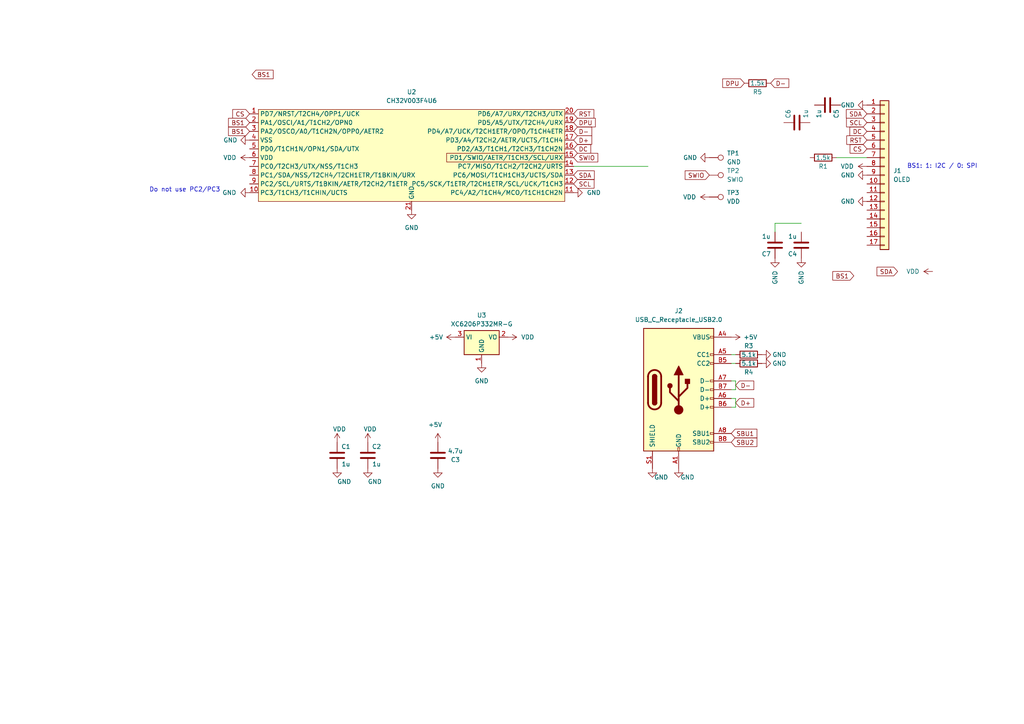
<source format=kicad_sch>
(kicad_sch (version 20231120) (generator "eeschema") (generator_version "8.0")
  (paper "A4")
  (lib_symbols
    (symbol "CH32V003F4U6:CH32V003F4U6"
      (property "Reference" "U" (at 0 0 0))
      (property "Value" "CH32V003F4U6" (at 0 3.81 0))
      (symbol "CH32V003F4U6_0_1"
        (rectangle (start -44.45 12.7) (end 44.45 -13.97) (fill (type background)))
        (rectangle (start 10.16 0) (end 44.45 -2.54) (fill (type background)))
      )
      (symbol "CH32V003F4U6_1_1"
        (pin bidirectional line (at -46.99 11.43 0) (length 2.54) (name "PD7/NRST/T2CH4/OPP1/UCK") (number "1"))
        (pin bidirectional line (at -46.99 -11.43 0) (length 2.54) (name "PC3/T1CH3/T1CHIN/UCTS") (number "10"))
        (pin bidirectional line (at 46.99 -11.43 180) (length 2.54) (name "PC4/A2/T1CH4/MCO/T1CH1CH2N") (number "11"))
        (pin bidirectional line (at 46.99 -8.89 180) (length 2.54) (name "PC5/SCK/T1ETR/T2CH1ETR/SCL/UCK/T1CH3") (number "12"))
        (pin bidirectional line (at 46.99 -6.35 180) (length 2.54) (name "PC6/MOSI/T1CH1CH3/UCTS/SDA") (number "13"))
        (pin bidirectional line (at 46.99 -3.81 180) (length 2.54) (name "PC7/MISO/T1CH2/T2CH2/URTS") (number "14"))
        (pin bidirectional line (at 46.99 -1.27 180) (length 2.54) (name "PD1/SWIO/AETR/T1CH3/SCL/URX") (number "15"))
        (pin bidirectional line (at 46.99 1.27 180) (length 2.54) (name "PD2/A3/T1CH1/T2CH3/T1CH2N") (number "16"))
        (pin bidirectional line (at 46.99 3.81 180) (length 2.54) (name "PD3/A4/T2CH2/AETR/UCTS/T1CH4") (number "17"))
        (pin bidirectional line (at 46.99 6.35 180) (length 2.54) (name "PD4/A7/UCK/T2CH1ETR/OPO/T1CH4ETR") (number "18"))
        (pin bidirectional line (at 46.99 8.89 180) (length 2.54) (name "PD5/A5/UTX/T2CH4/URX") (number "19"))
        (pin bidirectional line (at -46.99 8.89 0) (length 2.54) (name "PA1/OSCI/A1/T1CH2/OPN0") (number "2"))
        (pin bidirectional line (at 46.99 11.43 180) (length 2.54) (name "PD6/A7/URX/T2CH3/UTX") (number "20"))
        (pin bidirectional line (at 0 -16.51 90) (length 2.54) (name "GND") (number "21"))
        (pin bidirectional line (at -46.99 6.35 0) (length 2.54) (name "PA2/OSCO/A0/T1CH2N/OPP0/AETR2") (number "3"))
        (pin bidirectional line (at -46.99 3.81 0) (length 2.54) (name "VSS") (number "4"))
        (pin bidirectional line (at -46.99 1.27 0) (length 2.54) (name "PD0/T1CH1N/OPN1/SDA/UTX") (number "5"))
        (pin bidirectional line (at -46.99 -1.27 0) (length 2.54) (name "VDD") (number "6"))
        (pin bidirectional line (at -46.99 -3.81 0) (length 2.54) (name "PC0/T2CH3/UTX/NSS/T1CH3") (number "7"))
        (pin bidirectional line (at -46.99 -6.35 0) (length 2.54) (name "PC1/SDA/NSS/T2CH4/T2CH1ETR/T1BKIN/URX") (number "8"))
        (pin bidirectional line (at -46.99 -8.89 0) (length 2.54) (name "PC2/SCL/URTS/T1BKIN/AETR/T2CH2/T1ETR") (number "9"))
      )
    )
    (symbol "Connector:TestPoint" (pin_numbers hide) (pin_names (offset 0.762) hide)
      (property "Reference" "TP" (at 0 6.858 0))
      (property "Value" "TestPoint" (at 0 5.08 0))
      (symbol "TestPoint_0_1"
        (circle (center 0 3.302) (radius 0.762))
      )
      (symbol "TestPoint_1_1"
        (pin passive line (at 0 0 90) (length 2.54) (name "1") (number "1"))
      )
    )
    (symbol "Connector:USB_C_Receptacle_USB2.0" (pin_names (offset 1.016))
      (property "Reference" "J" (at -10.16 19.05 0))
      (property "Value" "USB_C_Receptacle_USB2.0" (at 19.05 19.05 0))
      (symbol "USB_C_Receptacle_USB2.0_0_0"
        (rectangle (start -0.254 -17.78) (end 0.254 -16.764))
        (rectangle (start 10.16 -14.986) (end 9.144 -15.494))
        (rectangle (start 10.16 -12.446) (end 9.144 -12.954))
        (rectangle (start 10.16 -4.826) (end 9.144 -5.334))
        (rectangle (start 10.16 -2.286) (end 9.144 -2.794))
        (rectangle (start 10.16 0.254) (end 9.144 -0.254))
        (rectangle (start 10.16 2.794) (end 9.144 2.286))
        (rectangle (start 10.16 7.874) (end 9.144 7.366))
        (rectangle (start 10.16 10.414) (end 9.144 9.906))
        (rectangle (start 10.16 15.494) (end 9.144 14.986))
      )
      (symbol "USB_C_Receptacle_USB2.0_0_1"
        (rectangle (start -10.16 17.78) (end 10.16 -17.78) (stroke (width 0.254)) (fill (type background)))
        (arc (start -8.89 -3.81) (mid -6.985 -5.7067) (end -5.08 -3.81) (stroke (width 0.508)))
        (arc (start -7.62 -3.81) (mid -6.985 -4.4423) (end -6.35 -3.81) (stroke (width 0.254)))
        (arc (start -7.62 -3.81) (mid -6.985 -4.4423) (end -6.35 -3.81) (stroke (width 0.254)) (fill (type outline)))
        (rectangle (start -7.62 -3.81) (end -6.35 3.81) (stroke (width 0.254)) (fill (type outline)))
        (arc (start -6.35 3.81) (mid -6.985 4.4423) (end -7.62 3.81) (stroke (width 0.254)))
        (arc (start -6.35 3.81) (mid -6.985 4.4423) (end -7.62 3.81) (stroke (width 0.254)) (fill (type outline)))
        (arc (start -5.08 3.81) (mid -6.985 5.7067) (end -8.89 3.81) (stroke (width 0.508)))
        (circle (center -2.54 1.143) (radius 0.635) (stroke (width 0.254)) (fill (type outline)))
        (circle (center 0 -5.842) (radius 1.27) (fill (type outline)))
        (polyline (pts (xy -8.89 -3.81) (xy -8.89 3.81)) (stroke (width 0.508)))
        (polyline (pts (xy -5.08 3.81) (xy -5.08 -3.81)) (stroke (width 0.508)))
        (polyline (pts (xy 0 -5.842) (xy 0 4.318)) (stroke (width 0.508)))
        (polyline (pts (xy 0 -3.302) (xy -2.54 -0.762) (xy -2.54 0.508)) (stroke (width 0.508)))
        (polyline (pts (xy 0 -2.032) (xy 2.54 0.508) (xy 2.54 1.778)) (stroke (width 0.508)))
        (polyline (pts (xy -1.27 4.318) (xy 0 6.858) (xy 1.27 4.318) (xy -1.27 4.318)) (stroke (width 0.254)) (fill (type outline)))
        (rectangle (start 1.905 1.778) (end 3.175 3.048) (stroke (width 0.254)) (fill (type outline)))
      )
      (symbol "USB_C_Receptacle_USB2.0_1_1"
        (pin passive line (at 0 -22.86 90) (length 5.08) (name "GND") (number "A1"))
        (pin passive line (at 0 -22.86 90) (length 5.08) hide (name "GND") (number "A12"))
        (pin passive line (at 15.24 15.24 180) (length 5.08) (name "VBUS") (number "A4"))
        (pin bidirectional line (at 15.24 10.16 180) (length 5.08) (name "CC1") (number "A5"))
        (pin bidirectional line (at 15.24 -2.54 180) (length 5.08) (name "D+") (number "A6"))
        (pin bidirectional line (at 15.24 2.54 180) (length 5.08) (name "D-") (number "A7"))
        (pin bidirectional line (at 15.24 -12.7 180) (length 5.08) (name "SBU1") (number "A8"))
        (pin passive line (at 15.24 15.24 180) (length 5.08) hide (name "VBUS") (number "A9"))
        (pin passive line (at 0 -22.86 90) (length 5.08) hide (name "GND") (number "B1"))
        (pin passive line (at 0 -22.86 90) (length 5.08) hide (name "GND") (number "B12"))
        (pin passive line (at 15.24 15.24 180) (length 5.08) hide (name "VBUS") (number "B4"))
        (pin bidirectional line (at 15.24 7.62 180) (length 5.08) (name "CC2") (number "B5"))
        (pin bidirectional line (at 15.24 -5.08 180) (length 5.08) (name "D+") (number "B6"))
        (pin bidirectional line (at 15.24 0 180) (length 5.08) (name "D-") (number "B7"))
        (pin bidirectional line (at 15.24 -15.24 180) (length 5.08) (name "SBU2") (number "B8"))
        (pin passive line (at 15.24 15.24 180) (length 5.08) hide (name "VBUS") (number "B9"))
        (pin passive line (at -7.62 -22.86 90) (length 5.08) (name "SHIELD") (number "S1"))
      )
    )
    (symbol "Connector_Generic:Conn_01x17" (pin_names (offset 1.016) hide)
      (property "Reference" "J" (at 0 22.86 0))
      (property "Value" "Conn_01x17" (at 0 -22.86 0))
      (symbol "Conn_01x17_1_1"
        (rectangle (start -1.27 -20.193) (end 0 -20.447) (stroke (width 0.1524)))
        (rectangle (start -1.27 -17.653) (end 0 -17.907) (stroke (width 0.1524)))
        (rectangle (start -1.27 -15.113) (end 0 -15.367) (stroke (width 0.1524)))
        (rectangle (start -1.27 -12.573) (end 0 -12.827) (stroke (width 0.1524)))
        (rectangle (start -1.27 -10.033) (end 0 -10.287) (stroke (width 0.1524)))
        (rectangle (start -1.27 -7.493) (end 0 -7.747) (stroke (width 0.1524)))
        (rectangle (start -1.27 -4.953) (end 0 -5.207) (stroke (width 0.1524)))
        (rectangle (start -1.27 -2.413) (end 0 -2.667) (stroke (width 0.1524)))
        (rectangle (start -1.27 0.127) (end 0 -0.127) (stroke (width 0.1524)))
        (rectangle (start -1.27 2.667) (end 0 2.413) (stroke (width 0.1524)))
        (rectangle (start -1.27 5.207) (end 0 4.953) (stroke (width 0.1524)))
        (rectangle (start -1.27 7.747) (end 0 7.493) (stroke (width 0.1524)))
        (rectangle (start -1.27 10.287) (end 0 10.033) (stroke (width 0.1524)))
        (rectangle (start -1.27 12.827) (end 0 12.573) (stroke (width 0.1524)))
        (rectangle (start -1.27 15.367) (end 0 15.113) (stroke (width 0.1524)))
        (rectangle (start -1.27 17.907) (end 0 17.653) (stroke (width 0.1524)))
        (rectangle (start -1.27 20.447) (end 0 20.193) (stroke (width 0.1524)))
        (rectangle (start -1.27 21.59) (end 1.27 -21.59) (stroke (width 0.254)) (fill (type background)))
        (pin passive line (at -5.08 20.32 0) (length 3.81) (name "Pin_1") (number "1"))
        (pin passive line (at -5.08 -2.54 0) (length 3.81) (name "Pin_10") (number "10"))
        (pin passive line (at -5.08 -5.08 0) (length 3.81) (name "Pin_11") (number "11"))
        (pin passive line (at -5.08 -7.62 0) (length 3.81) (name "Pin_12") (number "12"))
        (pin passive line (at -5.08 -10.16 0) (length 3.81) (name "Pin_13") (number "13"))
        (pin passive line (at -5.08 -12.7 0) (length 3.81) (name "Pin_14") (number "14"))
        (pin passive line (at -5.08 -15.24 0) (length 3.81) (name "Pin_15") (number "15"))
        (pin passive line (at -5.08 -17.78 0) (length 3.81) (name "Pin_16") (number "16"))
        (pin passive line (at -5.08 -20.32 0) (length 3.81) (name "Pin_17") (number "17"))
        (pin passive line (at -5.08 17.78 0) (length 3.81) (name "Pin_2") (number "2"))
        (pin passive line (at -5.08 15.24 0) (length 3.81) (name "Pin_3") (number "3"))
        (pin passive line (at -5.08 12.7 0) (length 3.81) (name "Pin_4") (number "4"))
        (pin passive line (at -5.08 10.16 0) (length 3.81) (name "Pin_5") (number "5"))
        (pin passive line (at -5.08 7.62 0) (length 3.81) (name "Pin_6") (number "6"))
        (pin passive line (at -5.08 5.08 0) (length 3.81) (name "Pin_7") (number "7"))
        (pin passive line (at -5.08 2.54 0) (length 3.81) (name "Pin_8") (number "8"))
        (pin passive line (at -5.08 0 0) (length 3.81) (name "Pin_9") (number "9"))
      )
    )
    (symbol "Device:C" (pin_numbers hide) (pin_names (offset 0.254))
      (property "Reference" "C" (at 0.635 2.54 0))
      (property "Value" "C" (at 0.635 -2.54 0))
      (symbol "C_0_1"
        (polyline (pts (xy -2.032 -0.762) (xy 2.032 -0.762)) (stroke (width 0.508)))
        (polyline (pts (xy -2.032 0.762) (xy 2.032 0.762)) (stroke (width 0.508)))
      )
      (symbol "C_1_1"
        (pin passive line (at 0 3.81 270) (length 2.794) (name "~") (number "1"))
        (pin passive line (at 0 -3.81 90) (length 2.794) (name "~") (number "2"))
      )
    )
    (symbol "Device:R" (pin_numbers hide) (pin_names (offset 0))
      (property "Reference" "R" (at 2.032 0 90))
      (property "Value" "R" (at 0 0 90))
      (symbol "R_0_1"
        (rectangle (start -1.016 -2.54) (end 1.016 2.54) (stroke (width 0.254)))
      )
      (symbol "R_1_1"
        (pin passive line (at 0 3.81 270) (length 1.27) (name "~") (number "1"))
        (pin passive line (at 0 -3.81 90) (length 1.27) (name "~") (number "2"))
      )
    )
    (symbol "Regulator_Linear:LM1117S-3.3"
      (property "Reference" "U" (at -3.81 3.175 0))
      (property "Value" "LM1117S-3.3" (at 0 3.175 0))
      (symbol "LM1117S-3.3_0_1"
        (rectangle (start -5.08 -5.08) (end 5.08 1.905) (stroke (width 0.254)) (fill (type background)))
      )
      (symbol "LM1117S-3.3_1_1"
        (pin power_in line (at 0 -7.62 90) (length 2.54) (name "GND") (number "1"))
        (pin power_out line (at 7.62 0 180) (length 2.54) (name "VO") (number "2"))
        (pin power_in line (at -7.62 0 0) (length 2.54) (name "VI") (number "3"))
      )
    )
    (symbol "power:+5V" (power) (pin_names (offset 0))
      (property "Value" "+5V" (at 0 3.556 0))
      (symbol "+5V_0_1"
        (polyline (pts (xy -0.762 1.27) (xy 0 2.54)))
        (polyline (pts (xy 0 0) (xy 0 2.54)))
        (polyline (pts (xy 0 2.54) (xy 0.762 1.27)))
      )
      (symbol "+5V_1_1"
        (pin power_in line (at 0 0 90) (length 0) hide (name "+5V") (number "1"))
      )
    )
    (symbol "power:GND" (power) (pin_names (offset 0))
      (property "Value" "GND" (at 0 -3.81 0))
      (symbol "GND_0_1"
        (polyline (pts (xy 0 0) (xy 0 -1.27) (xy 1.27 -1.27) (xy 0 -2.54) (xy -1.27 -1.27) (xy 0 -1.27)))
      )
      (symbol "GND_1_1"
        (pin power_in line (at 0 0 270) (length 0) hide (name "GND") (number "1"))
      )
    )
    (symbol "power:VDD" (power) (pin_names (offset 0))
      (property "Value" "VDD" (at 0 3.81 0))
      (symbol "VDD_0_1"
        (polyline (pts (xy -0.762 1.27) (xy 0 2.54)))
        (polyline (pts (xy 0 0) (xy 0 2.54)))
        (polyline (pts (xy 0 2.54) (xy 0.762 1.27)))
      )
      (symbol "VDD_1_1"
        (pin power_in line (at 0 0 90) (length 0) hide (name "VDD") (number "1"))
      )
    )
  )
  (wire (pts (xy 213.36 118.11) (xy 212.09 118.11)))
  (wire (pts (xy 242.57 45.72) (xy 251.46 45.72)))
  (wire (pts (xy 224.79 64.77) (xy 232.41 64.77)))
  (wire (pts (xy 212.09 113.03) (xy 213.36 113.03)))
  (wire (pts (xy 224.79 67.31) (xy 224.79 64.77)))
  (wire (pts (xy 213.36 115.57) (xy 213.36 118.11)))
  (wire (pts (xy 213.36 115.57) (xy 212.09 115.57)))
  (wire (pts (xy 213.36 110.49) (xy 212.09 110.49)))
  (wire (pts (xy 213.36 110.49) (xy 213.36 113.03)))
  (wire (pts (xy 166.37 48.26) (xy 187.96 48.26)))
  (wire (pts (xy 212.09 105.41) (xy 213.36 105.41)))
  (wire (pts (xy 212.09 102.87) (xy 213.36 102.87)))
  (text "Do not use PC2/PC3" (at 53.594 55.118 0) (effects (font (size 1.27 1.27))))
  (text "BS1: 1: I2C / 0: SPI" (at 273.304 48.26 0) (effects (font (size 1.27 1.27))))
  (global_label "D+" (shape input) (at 166.37 40.64 0) (property "Intersheetrefs" "${INTERSHEET_REFS}" (effects (hide yes))))
  (global_label "SWIO" (shape input) (at 166.37 45.72 0) (property "Intersheetrefs" "${INTERSHEET_REFS}" (effects (hide yes))))
  (global_label "SWIO" (shape input) (at 205.74 50.8 180) (property "Intersheetrefs" "${INTERSHEET_REFS}" (effects (hide yes))))
  (global_label "SDA" (shape input) (at 260.35 78.74 180) (property "Intersheetrefs" "${INTERSHEET_REFS}" (effects (hide yes))))
  (global_label "DPU" (shape input) (at 215.9 24.13 180) (property "Intersheetrefs" "${INTERSHEET_REFS}" (effects (hide yes))))
  (global_label "SDA" (shape input) (at 251.46 33.02 180) (property "Intersheetrefs" "${INTERSHEET_REFS}" (effects (hide yes))))
  (global_label "DC" (shape input) (at 166.37 43.18 0) (property "Intersheetrefs" "${INTERSHEET_REFS}" (effects (hide yes))))
  (global_label "D-" (shape input) (at 213.36 111.76 0) (property "Intersheetrefs" "${INTERSHEET_REFS}" (effects (hide yes))))
  (global_label "SDA" (shape input) (at 166.37 50.8 0) (property "Intersheetrefs" "${INTERSHEET_REFS}" (effects (hide yes))))
  (global_label "RST" (shape input) (at 166.37 33.02 0) (property "Intersheetrefs" "${INTERSHEET_REFS}" (effects (hide yes))))
  (global_label "BS1" (shape input) (at 247.65 80.01 180) (property "Intersheetrefs" "${INTERSHEET_REFS}" (effects (hide yes))))
  (global_label "RST" (shape input) (at 251.46 40.64 180) (property "Intersheetrefs" "${INTERSHEET_REFS}" (effects (hide yes))))
  (global_label "SCL" (shape input) (at 166.37 53.34 0) (property "Intersheetrefs" "${INTERSHEET_REFS}" (effects (hide yes))))
  (global_label "D-" (shape input) (at 223.52 24.13 0) (property "Intersheetrefs" "${INTERSHEET_REFS}" (effects (hide yes))))
  (global_label "CS" (shape input) (at 72.39 33.02 180) (property "Intersheetrefs" "${INTERSHEET_REFS}" (effects (hide yes))))
  (global_label "SCL" (shape input) (at 251.46 35.56 180) (property "Intersheetrefs" "${INTERSHEET_REFS}" (effects (hide yes))))
  (global_label "BS1" (shape input) (at 73.1147 21.5972 0) (property "Intersheetrefs" "${INTERSHEET_REFS}" (effects (hide yes))))
  (global_label "D-" (shape input) (at 166.37 38.1 0) (property "Intersheetrefs" "${INTERSHEET_REFS}" (effects (hide yes))))
  (global_label "SBU1" (shape input) (at 212.09 125.73 0) (property "Intersheetrefs" "${INTERSHEET_REFS}" (effects (hide yes))))
  (global_label "CS" (shape input) (at 251.46 43.18 180) (property "Intersheetrefs" "${INTERSHEET_REFS}" (effects (hide yes))))
  (global_label "DC" (shape input) (at 251.46 38.1 180) (property "Intersheetrefs" "${INTERSHEET_REFS}" (effects (hide yes))))
  (global_label "BS1" (shape input) (at 72.39 38.1 180) (property "Intersheetrefs" "${INTERSHEET_REFS}" (effects (hide yes))))
  (global_label "DPU" (shape input) (at 166.37 35.56 0) (property "Intersheetrefs" "${INTERSHEET_REFS}" (effects (hide yes))))
  (global_label "D+" (shape input) (at 213.36 116.84 0) (property "Intersheetrefs" "${INTERSHEET_REFS}" (effects (hide yes))))
  (global_label "SBU2" (shape input) (at 212.09 128.27 0) (property "Intersheetrefs" "${INTERSHEET_REFS}" (effects (hide yes))))
  (global_label "BS1" (shape input) (at 72.39 35.56 180) (property "Intersheetrefs" "${INTERSHEET_REFS}" (effects (hide yes))))
  (symbol (lib_id "power:VDD") (at 97.79 128.27 0) (unit 1)
    (property "Reference" "#PWR04" (effects (hide yes)))
    (property "Value" "VDD" (at 96.52 124.46 0) (effects (justify left)))
  )
  (symbol (lib_id "Connector_Generic:Conn_01x17") (at 256.54 50.8 0) (unit 1)
    (property "Reference" "J1" (at 259.08 49.5299 0) (effects (justify left)))
    (property "Value" "OLED" (at 259.08 52.0699 0) (effects (justify left)))
    (property "Footprint" "Connector_FFC-FPC:Hirose_FH26-15S-0.3SHW_2Rows-15Pins-1MP_P0.60mm_Horizontal" (effects (hide yes)))
    (property "Description" "Generic connector, single row, 01x17, script generated (kicad-library-utils/schlib/autogen/connector/)" (effects (hide yes)))
  )
  (symbol (lib_id "Connector:TestPoint") (at 205.74 45.72 270) (unit 1)
    (property "Reference" "TP1" (at 210.82 44.4499 90) (effects (justify left)))
    (property "Value" "GND" (at 210.82 46.9899 90) (effects (justify left)))
    (property "Footprint" "TestPoint:TestPoint_Pad_D1.0mm" (effects (hide yes)))
    (property "Description" "test point" (effects (hide yes)))
  )
  (symbol (lib_id "power:GND") (at 127 135.89 0) (unit 1)
    (property "Reference" "#PWR010" (effects (hide yes)))
    (property "Value" "GND" (at 127 140.97 0))
  )
  (symbol (lib_id "Device:C") (at 106.68 132.08 180) (unit 1)
    (property "Reference" "C2" (at 109.22 129.54 0))
    (property "Value" "1u" (at 109.22 134.62 0))
    (property "Footprint" "Resistor_SMD:R_0402_1005Metric" (effects (hide yes)))
    (property "LCSC" "C52923" (effects (hide yes)))
  )
  (symbol (lib_id "power:GND") (at 196.85 135.89 0) (unit 1)
    (property "Reference" "#PWR015" (effects (hide yes)))
    (property "Value" "GND" (at 199.39 138.43 0))
  )
  (symbol (lib_id "power:GND") (at 119.38 60.96 0) (unit 1)
    (property "Reference" "#PWR08" (effects (hide yes)))
    (property "Value" "GND" (at 119.38 66.04 0))
  )
  (symbol (lib_id "Connector:TestPoint") (at 205.74 57.15 270) (unit 1)
    (property "Reference" "TP3" (at 210.82 55.8799 90) (effects (justify left)))
    (property "Value" "VDD" (at 210.82 58.4199 90) (effects (justify left)))
    (property "Footprint" "TestPoint:TestPoint_Pad_D1.0mm" (effects (hide yes)))
    (property "Description" "test point" (effects (hide yes)))
  )
  (symbol (lib_id "power:GND") (at 205.74 45.72 270) (unit 1)
    (property "Reference" "#PWR016" (effects (hide yes)))
    (property "Value" "GND" (at 198.12 45.72 90) (effects (justify left)))
  )
  (symbol (lib_id "power:GND") (at 220.98 105.41 90) (unit 1)
    (property "Reference" "#PWR021" (effects (hide yes)))
    (property "Value" "GND" (at 226.06 105.41 90))
  )
  (symbol (lib_id "Device:C") (at 224.79 71.12 0) (unit 1)
    (property "Reference" "C7" (at 222.25 73.66 0))
    (property "Value" "1u" (at 222.25 68.58 0))
    (property "Footprint" "Resistor_SMD:R_0402_1005Metric" (effects (hide yes)))
    (property "LCSC" "C52923" (effects (hide yes)))
  )
  (symbol (lib_id "power:+5V") (at 127 128.27 0) (unit 1)
    (property "Reference" "#PWR09" (effects (hide yes)))
    (property "Value" "+5V" (at 128.27 123.19 0) (effects (justify right)))
  )
  (symbol (lib_id "power:GND") (at 251.46 30.48 270) (unit 1)
    (property "Reference" "#PWR022" (effects (hide yes)))
    (property "Value" "GND" (at 243.84 30.48 90) (effects (justify left)))
  )
  (symbol (lib_id "Device:R") (at 217.17 105.41 90) (unit 1)
    (property "Reference" "R4" (at 217.17 107.95 90))
    (property "Value" "5.1k" (at 217.17 105.41 90))
    (property "Footprint" "Resistor_SMD:R_0402_1005Metric" (effects (hide yes)))
    (property "LCSC" "C25905" (effects (hide yes)))
  )
  (symbol (lib_id "power:+5V") (at 212.09 97.79 270) (unit 1)
    (property "Reference" "#PWR019" (effects (hide yes)))
    (property "Value" "+5V" (at 219.71 97.79 90) (effects (justify right)))
  )
  (symbol (lib_id "power:+5V") (at 132.08 97.79 90) (unit 1)
    (property "Reference" "#PWR011" (effects (hide yes)))
    (property "Value" "+5V" (at 124.46 97.79 90) (effects (justify right)))
  )
  (symbol (lib_id "power:VDD") (at 270.51 78.74 90) (unit 1)
    (property "Reference" "#PWR018" (effects (hide yes)))
    (property "Value" "VDD" (at 266.7 78.7399 90) (effects (justify left)))
  )
  (symbol (lib_id "Device:R") (at 238.76 45.72 90) (unit 1)
    (property "Reference" "R1" (at 238.76 48.26 90))
    (property "Value" "1.5k" (at 238.76 45.72 90))
    (property "Footprint" "Resistor_SMD:R_0402_1005Metric" (effects (hide yes)))
    (property "LCSC" "C25867" (effects (hide yes)))
  )
  (symbol (lib_id "power:GND") (at 139.7 105.41 0) (unit 1)
    (property "Reference" "#PWR012" (effects (hide yes)))
    (property "Value" "GND" (at 139.7 110.49 0))
  )
  (symbol (lib_id "power:GND") (at 72.39 55.88 270) (unit 1)
    (property "Reference" "#PWR025" (effects (hide yes)))
    (property "Value" "GND" (at 68.58 55.8799 90) (effects (justify right)))
  )
  (symbol (lib_id "power:VDD") (at 205.74 57.15 90) (unit 1)
    (property "Reference" "#PWR017" (effects (hide yes)))
    (property "Value" "VDD" (at 201.93 57.1499 90) (effects (justify left)))
  )
  (symbol (lib_id "Device:R") (at 217.17 102.87 90) (unit 1)
    (property "Reference" "R3" (at 217.17 100.33 90))
    (property "Value" "5.1k" (at 217.17 102.87 90))
    (property "Footprint" "Resistor_SMD:R_0402_1005Metric" (effects (hide yes)))
    (property "LCSC" "C25905" (effects (hide yes)))
  )
  (symbol (lib_id "Device:C") (at 127 132.08 180) (unit 1)
    (property "Reference" "C3" (at 132.08 133.35 0))
    (property "Value" "4.7u" (at 132.08 130.81 0))
    (property "Footprint" "Resistor_SMD:R_0402_1005Metric" (effects (hide yes)))
    (property "LCSC" "C23733" (effects (hide yes)))
  )
  (symbol (lib_id "power:GND") (at 106.68 135.89 0) (unit 1)
    (property "Reference" "#PWR07" (effects (hide yes)))
    (property "Value" "GND" (at 106.68 139.7 0) (effects (justify left)))
  )
  (symbol (lib_id "power:GND") (at 97.79 135.89 0) (unit 1)
    (property "Reference" "#PWR05" (effects (hide yes)))
    (property "Value" "GND" (at 97.79 139.7 0) (effects (justify left)))
  )
  (symbol (lib_id "power:GND") (at 189.23 135.89 0) (unit 1)
    (property "Reference" "#PWR014" (effects (hide yes)))
    (property "Value" "GND" (at 191.77 138.43 0))
  )
  (symbol (lib_id "Connector:TestPoint") (at 205.74 50.8 270) (unit 1)
    (property "Reference" "TP2" (at 210.82 49.5299 90) (effects (justify left)))
    (property "Value" "SWIO" (at 210.82 52.0699 90) (effects (justify left)))
    (property "Footprint" "TestPoint:TestPoint_Pad_D1.0mm" (effects (hide yes)))
    (property "Description" "test point" (effects (hide yes)))
  )
  (symbol (lib_id "Device:C") (at 240.03 30.48 90) (unit 1)
    (property "Reference" "C5" (at 242.57 33.02 0))
    (property "Value" "1u" (at 237.49 33.02 0))
    (property "Footprint" "Resistor_SMD:R_0402_1005Metric" (effects (hide yes)))
    (property "LCSC" "C52923" (effects (hide yes)))
  )
  (symbol (lib_id "power:GND") (at 251.46 50.8 270) (unit 1)
    (property "Reference" "#PWR027" (effects (hide yes)))
    (property "Value" "GND" (at 243.84 50.8 90) (effects (justify left)))
  )
  (symbol (lib_id "Device:C") (at 97.79 132.08 180) (unit 1)
    (property "Reference" "C1" (at 100.33 129.54 0))
    (property "Value" "1u" (at 100.33 134.62 0))
    (property "Footprint" "Resistor_SMD:R_0402_1005Metric" (effects (hide yes)))
    (property "LCSC" "C52923" (effects (hide yes)))
  )
  (symbol (lib_id "power:VDD") (at 106.68 128.27 0) (unit 1)
    (property "Reference" "#PWR06" (effects (hide yes)))
    (property "Value" "VDD" (at 105.41 124.46 0) (effects (justify left)))
  )
  (symbol (lib_id "Regulator_Linear:LM1117S-3.3") (at 139.7 97.79 0) (unit 1)
    (property "Reference" "U3" (at 139.7 91.44 0))
    (property "Value" "XC6206P332MR-G" (at 139.7 93.98 0))
    (property "Footprint" "Package_TO_SOT_SMD:SOT-23" (effects (hide yes)))
    (property "Datasheet" "http://www.ti.com/lit/ds/symlink/lm1117.pdf" (effects (hide yes)))
    (property "LCSC" "C5446" (effects (hide yes)))
  )
  (symbol (lib_id "Device:C") (at 231.14 35.56 270) (unit 1)
    (property "Reference" "C6" (at 228.6 33.02 0))
    (property "Value" "1u" (at 233.68 33.02 0))
    (property "Footprint" "Resistor_SMD:R_0402_1005Metric" (effects (hide yes)))
    (property "LCSC" "C52923" (effects (hide yes)))
  )
  (symbol (lib_id "power:VDD") (at 147.32 97.79 270) (unit 1)
    (property "Reference" "#PWR013" (effects (hide yes)))
    (property "Value" "VDD" (at 151.13 97.79 90) (effects (justify left)))
  )
  (symbol (lib_id "Device:R") (at 219.71 24.13 90) (unit 1)
    (property "Reference" "R5" (at 219.71 26.67 90))
    (property "Value" "1.5k" (at 219.71 24.13 90))
    (property "Footprint" "Resistor_SMD:R_0402_1005Metric" (effects (hide yes)))
    (property "LCSC" "C25867" (effects (hide yes)))
  )
  (symbol (lib_id "power:GND") (at 166.37 55.88 90) (unit 1)
    (property "Reference" "#PWR026" (effects (hide yes)))
    (property "Value" "GND" (at 170.18 55.8799 90) (effects (justify right)))
  )
  (symbol (lib_id "power:GND") (at 251.46 58.42 270) (unit 1)
    (property "Reference" "#PWR028" (effects (hide yes)))
    (property "Value" "GND" (at 243.84 58.42 90) (effects (justify left)))
  )
  (symbol (lib_id "power:VDD") (at 251.46 48.26 90) (unit 1)
    (property "Reference" "#PWR023" (effects (hide yes)))
    (property "Value" "VDD" (at 247.65 48.2599 90) (effects (justify left)))
  )
  (symbol (lib_id "Device:C") (at 232.41 71.12 0) (unit 1)
    (property "Reference" "C4" (at 229.87 73.66 0))
    (property "Value" "1u" (at 229.87 68.58 0))
    (property "Footprint" "Resistor_SMD:R_0402_1005Metric" (effects (hide yes)))
    (property "LCSC" "C52923" (effects (hide yes)))
  )
  (symbol (lib_id "power:GND") (at 224.79 74.93 0) (unit 1)
    (property "Reference" "#PWR024" (effects (hide yes)))
    (property "Value" "GND" (at 224.79 82.55 90) (effects (justify left)))
  )
  (symbol (lib_id "Connector:USB_C_Receptacle_USB2.0") (at 196.85 113.03 0) (unit 1)
    (property "Reference" "J2" (at 196.85 90.17 0))
    (property "Value" "USB_C_Receptacle_USB2.0" (at 196.85 92.71 0))
    (property "Footprint" "Connector_USB:USB_C_Receptacle_HRO_TYPE-C-31-M-12" (effects (hide yes)))
    (property "Datasheet" "https://www.usb.org/sites/default/files/documents/usb_type-c.zip" (effects (hide yes)))
    (property "LCSC" "C2765186" (effects (hide yes)))
  )
  (symbol (lib_id "power:GND") (at 232.41 74.93 0) (unit 1)
    (property "Reference" "#PWR01" (effects (hide yes)))
    (property "Value" "GND" (at 232.41 82.55 90) (effects (justify left)))
  )
  (symbol (lib_id "power:GND") (at 72.39 40.64 270) (unit 1)
    (property "Reference" "#PWR02" (effects (hide yes)))
    (property "Value" "GND" (at 64.77 40.64 90) (effects (justify left)))
  )
  (symbol (lib_id "CH32V003F4U6:CH32V003F4U6") (at 119.38 44.45 0) (unit 1)
    (property "Reference" "U2" (at 119.38 26.67 0))
    (property "Value" "CH32V003F4U6" (at 119.38 29.21 0))
    (property "Footprint" "Package_DFN_QFN:QFN-20-1EP_3x3mm_P0.4mm_EP1.65x1.65mm" (effects (hide yes)))
    (property "LCSC" "C5299908" (effects (hide yes)))
  )
  (symbol (lib_id "power:VDD") (at 72.39 45.72 90) (unit 1)
    (property "Reference" "#PWR03" (effects (hide yes)))
    (property "Value" "VDD" (at 68.58 45.7199 90) (effects (justify left)))
  )
  (symbol (lib_id "power:GND") (at 220.98 102.87 90) (unit 1)
    (property "Reference" "#PWR020" (effects (hide yes)))
    (property "Value" "GND" (at 226.06 102.87 90))
  )
)
</source>
